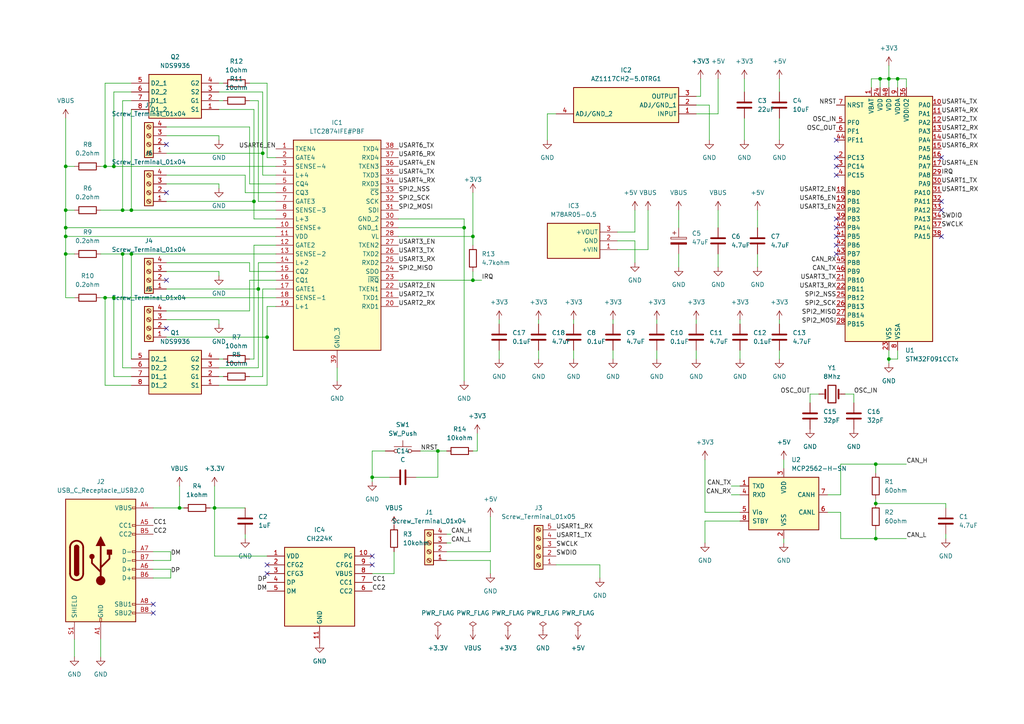
<source format=kicad_sch>
(kicad_sch (version 20230121) (generator eeschema)
  (paper "A4")
  (junction (at 77.47 97.79))
  (junction (at 74.93 83.82))
  (junction (at 33.02 86.36))
  (junction (at 19.05 66.04))
  (junction (at 73.66 58.42))
  (junction (at 52.07 147.32))
  (junction (at 35.56 73.66))
  (junction (at 35.56 60.96))
  (junction (at 107.95 138.43))
  (junction (at 38.1 73.66))
  (junction (at 254 146.05))
  (junction (at 76.2 44.45))
  (junction (at 137.16 81.28))
  (junction (at 257.81 104.14))
  (junction (at 33.02 48.26))
  (junction (at 255.27 22.86))
  (junction (at 62.23 147.32))
  (junction (at 30.48 48.26))
  (junction (at 137.16 68.58))
  (junction (at 19.05 73.66))
  (junction (at 127 130.81))
  (junction (at 19.05 48.26))
  (junction (at 260.35 22.86))
  (junction (at 254 156.21))
  (junction (at 38.1 60.96))
  (junction (at 19.05 60.96))
  (junction (at 254 134.62))
  (junction (at 134.62 66.04))
  (junction (at 30.48 86.36))
  (junction (at 19.05 68.58))
  (junction (at 257.81 22.86))
  (no_connect (at 77.47 163.83))
  (no_connect (at 242.57 63.5))
  (no_connect (at 273.05 68.58))
  (no_connect (at 107.95 161.29))
  (no_connect (at 242.57 50.8))
  (no_connect (at 242.57 66.04))
  (no_connect (at 44.45 175.26))
  (no_connect (at 48.26 55.88))
  (no_connect (at 242.57 48.26))
  (no_connect (at 242.57 40.64))
  (no_connect (at 77.47 166.37))
  (no_connect (at 273.05 45.72))
  (no_connect (at 242.57 45.72))
  (no_connect (at 48.26 95.25))
  (no_connect (at 242.57 73.66))
  (no_connect (at 273.05 60.96))
  (no_connect (at 107.95 163.83))
  (no_connect (at 48.26 81.28))
  (no_connect (at 48.26 41.91))
  (no_connect (at 44.45 177.8))
  (no_connect (at 242.57 71.12))
  (no_connect (at 273.05 58.42))
  (no_connect (at 242.57 68.58))
  (wire (pts (xy 76.2 50.8) (xy 80.01 50.8)))
  (wire (pts (xy 21.59 190.5) (xy 21.59 185.42)))
  (wire (pts (xy 35.56 106.68) (xy 38.1 106.68)))
  (wire (pts (xy 254 156.21) (xy 243.84 156.21)))
  (wire (pts (xy 201.93 92.71) (xy 201.93 93.98)))
  (wire (pts (xy 139.7 81.28) (xy 137.16 81.28)))
  (wire (pts (xy 144.78 104.14) (xy 144.78 101.6)))
  (wire (pts (xy 111.76 130.81) (xy 107.95 130.81)))
  (wire (pts (xy 71.12 154.94) (xy 71.12 156.21)))
  (wire (pts (xy 120.65 138.43) (xy 127 138.43)))
  (wire (pts (xy 76.2 26.67) (xy 76.2 44.45)))
  (wire (pts (xy 127 130.81) (xy 121.92 130.81)))
  (wire (pts (xy 60.96 147.32) (xy 62.23 147.32)))
  (wire (pts (xy 138.43 125.73) (xy 138.43 130.81)))
  (wire (pts (xy 63.5 53.34) (xy 48.26 53.34)))
  (wire (pts (xy 76.2 109.22) (xy 76.2 83.82)))
  (wire (pts (xy 201.93 30.48) (xy 205.74 30.48)))
  (wire (pts (xy 227.33 157.48) (xy 227.33 156.21)))
  (wire (pts (xy 190.5 92.71) (xy 190.5 93.98)))
  (wire (pts (xy 35.56 73.66) (xy 35.56 106.68)))
  (wire (pts (xy 161.29 33.02) (xy 158.75 33.02)))
  (wire (pts (xy 48.26 58.42) (xy 73.66 58.42)))
  (wire (pts (xy 74.93 76.2) (xy 80.01 76.2)))
  (wire (pts (xy 204.47 148.59) (xy 214.63 148.59)))
  (wire (pts (xy 226.06 92.71) (xy 226.06 93.98)))
  (wire (pts (xy 226.06 22.86) (xy 226.06 26.67)))
  (wire (pts (xy 204.47 133.35) (xy 204.47 148.59)))
  (wire (pts (xy 19.05 48.26) (xy 21.59 48.26)))
  (wire (pts (xy 49.53 162.56) (xy 44.45 162.56)))
  (wire (pts (xy 114.3 160.02) (xy 114.3 166.37)))
  (wire (pts (xy 243.84 156.21) (xy 243.84 148.59)))
  (wire (pts (xy 29.21 73.66) (xy 35.56 73.66)))
  (wire (pts (xy 62.23 147.32) (xy 71.12 147.32)))
  (wire (pts (xy 38.1 24.13) (xy 30.48 24.13)))
  (wire (pts (xy 203.2 22.86) (xy 203.2 27.94)))
  (wire (pts (xy 48.26 97.79) (xy 77.47 97.79)))
  (wire (pts (xy 208.28 22.86) (xy 208.28 33.02)))
  (wire (pts (xy 214.63 151.13) (xy 204.47 151.13)))
  (wire (pts (xy 187.96 60.96) (xy 187.96 72.39)))
  (wire (pts (xy 260.35 22.86) (xy 262.89 22.86)))
  (wire (pts (xy 33.02 86.36) (xy 80.01 86.36)))
  (wire (pts (xy 71.12 55.88) (xy 80.01 55.88)))
  (wire (pts (xy 72.39 104.14) (xy 73.66 104.14)))
  (wire (pts (xy 257.81 104.14) (xy 257.81 105.41)))
  (wire (pts (xy 72.39 24.13) (xy 77.47 24.13)))
  (wire (pts (xy 44.45 160.02) (xy 49.53 160.02)))
  (wire (pts (xy 63.5 80.01) (xy 63.5 78.74)))
  (wire (pts (xy 76.2 83.82) (xy 80.01 83.82)))
  (wire (pts (xy 115.57 63.5) (xy 134.62 63.5)))
  (wire (pts (xy 212.09 140.97) (xy 214.63 140.97)))
  (wire (pts (xy 72.39 78.74) (xy 72.39 76.2)))
  (wire (pts (xy 73.66 58.42) (xy 73.66 63.5)))
  (wire (pts (xy 33.02 86.36) (xy 33.02 109.22)))
  (wire (pts (xy 73.66 71.12) (xy 80.01 71.12)))
  (wire (pts (xy 215.9 22.86) (xy 215.9 26.67)))
  (wire (pts (xy 142.24 160.02) (xy 129.54 160.02)))
  (wire (pts (xy 166.37 104.14) (xy 166.37 101.6)))
  (wire (pts (xy 138.43 130.81) (xy 137.16 130.81)))
  (wire (pts (xy 74.93 29.21) (xy 74.93 58.42)))
  (wire (pts (xy 144.78 92.71) (xy 144.78 93.98)))
  (wire (pts (xy 76.2 44.45) (xy 76.2 50.8)))
  (wire (pts (xy 137.16 81.28) (xy 115.57 81.28)))
  (wire (pts (xy 62.23 147.32) (xy 62.23 161.29)))
  (wire (pts (xy 203.2 27.94) (xy 201.93 27.94)))
  (wire (pts (xy 184.15 69.85) (xy 184.15 76.2)))
  (wire (pts (xy 74.93 58.42) (xy 80.01 58.42)))
  (wire (pts (xy 184.15 67.31) (xy 179.07 67.31)))
  (wire (pts (xy 35.56 73.66) (xy 38.1 73.66)))
  (wire (pts (xy 73.66 104.14) (xy 73.66 71.12)))
  (wire (pts (xy 52.07 140.97) (xy 52.07 147.32)))
  (wire (pts (xy 262.89 134.62) (xy 254 134.62)))
  (wire (pts (xy 215.9 34.29) (xy 215.9 40.64)))
  (wire (pts (xy 208.28 73.66) (xy 208.28 77.47)))
  (wire (pts (xy 166.37 92.71) (xy 166.37 93.98)))
  (wire (pts (xy 161.29 163.83) (xy 173.99 163.83)))
  (wire (pts (xy 29.21 60.96) (xy 35.56 60.96)))
  (wire (pts (xy 80.01 78.74) (xy 72.39 78.74)))
  (wire (pts (xy 255.27 22.86) (xy 255.27 25.4)))
  (wire (pts (xy 173.99 163.83) (xy 173.99 167.64)))
  (wire (pts (xy 260.35 22.86) (xy 260.35 25.4)))
  (wire (pts (xy 63.5 54.61) (xy 63.5 53.34)))
  (wire (pts (xy 63.5 111.76) (xy 77.47 111.76)))
  (wire (pts (xy 252.73 25.4) (xy 252.73 22.86)))
  (wire (pts (xy 226.06 104.14) (xy 226.06 101.6)))
  (wire (pts (xy 137.16 55.88) (xy 137.16 68.58)))
  (wire (pts (xy 137.16 68.58) (xy 137.16 71.12)))
  (wire (pts (xy 134.62 63.5) (xy 134.62 66.04)))
  (wire (pts (xy 48.26 83.82) (xy 74.93 83.82)))
  (wire (pts (xy 97.79 110.49) (xy 97.79 106.68)))
  (wire (pts (xy 177.8 104.14) (xy 177.8 101.6)))
  (wire (pts (xy 107.95 138.43) (xy 107.95 139.7)))
  (wire (pts (xy 63.5 93.98) (xy 63.5 92.71)))
  (wire (pts (xy 234.95 114.3) (xy 234.95 116.84)))
  (wire (pts (xy 64.77 29.21) (xy 63.5 29.21)))
  (wire (pts (xy 129.54 162.56) (xy 142.24 162.56)))
  (wire (pts (xy 77.47 97.79) (xy 77.47 88.9)))
  (wire (pts (xy 219.71 60.96) (xy 219.71 66.04)))
  (wire (pts (xy 226.06 34.29) (xy 226.06 40.64)))
  (wire (pts (xy 254 134.62) (xy 254 137.16)))
  (wire (pts (xy 30.48 48.26) (xy 33.02 48.26)))
  (wire (pts (xy 29.21 48.26) (xy 30.48 48.26)))
  (wire (pts (xy 77.47 88.9) (xy 80.01 88.9)))
  (wire (pts (xy 30.48 86.36) (xy 33.02 86.36)))
  (wire (pts (xy 196.85 60.96) (xy 196.85 66.04)))
  (wire (pts (xy 129.54 157.48) (xy 130.81 157.48)))
  (wire (pts (xy 63.5 78.74) (xy 48.26 78.74)))
  (wire (pts (xy 77.47 111.76) (xy 77.47 97.79)))
  (wire (pts (xy 44.45 167.64) (xy 49.53 167.64)))
  (wire (pts (xy 33.02 48.26) (xy 80.01 48.26)))
  (wire (pts (xy 137.16 68.58) (xy 115.57 68.58)))
  (wire (pts (xy 49.53 165.1) (xy 49.53 167.64)))
  (wire (pts (xy 201.93 104.14) (xy 201.93 101.6)))
  (wire (pts (xy 38.1 31.75) (xy 38.1 60.96)))
  (wire (pts (xy 63.5 31.75) (xy 73.66 31.75)))
  (wire (pts (xy 63.5 40.64) (xy 63.5 39.37)))
  (wire (pts (xy 127 130.81) (xy 129.54 130.81)))
  (wire (pts (xy 274.32 147.32) (xy 274.32 146.05)))
  (wire (pts (xy 74.93 83.82) (xy 74.93 76.2)))
  (wire (pts (xy 29.21 190.5) (xy 29.21 185.42)))
  (wire (pts (xy 156.21 92.71) (xy 156.21 93.98)))
  (wire (pts (xy 257.81 19.05) (xy 257.81 22.86)))
  (wire (pts (xy 227.33 133.35) (xy 227.33 135.89)))
  (wire (pts (xy 19.05 86.36) (xy 19.05 73.66)))
  (wire (pts (xy 177.8 92.71) (xy 177.8 93.98)))
  (wire (pts (xy 38.1 60.96) (xy 80.01 60.96)))
  (wire (pts (xy 142.24 162.56) (xy 142.24 166.37)))
  (wire (pts (xy 72.39 29.21) (xy 74.93 29.21)))
  (wire (pts (xy 137.16 78.74) (xy 137.16 81.28)))
  (wire (pts (xy 19.05 66.04) (xy 19.05 68.58)))
  (wire (pts (xy 107.95 130.81) (xy 107.95 138.43)))
  (wire (pts (xy 29.21 86.36) (xy 30.48 86.36)))
  (wire (pts (xy 73.66 63.5) (xy 80.01 63.5)))
  (wire (pts (xy 19.05 60.96) (xy 19.05 66.04)))
  (wire (pts (xy 72.39 109.22) (xy 76.2 109.22)))
  (wire (pts (xy 262.89 156.21) (xy 254 156.21)))
  (wire (pts (xy 134.62 66.04) (xy 134.62 110.49)))
  (wire (pts (xy 142.24 149.86) (xy 142.24 160.02)))
  (wire (pts (xy 243.84 134.62) (xy 243.84 143.51)))
  (wire (pts (xy 53.34 147.32) (xy 52.07 147.32)))
  (wire (pts (xy 156.21 104.14) (xy 156.21 101.6)))
  (wire (pts (xy 260.35 104.14) (xy 257.81 104.14)))
  (wire (pts (xy 62.23 161.29) (xy 77.47 161.29)))
  (wire (pts (xy 107.95 138.43) (xy 113.03 138.43)))
  (wire (pts (xy 19.05 73.66) (xy 21.59 73.66)))
  (wire (pts (xy 77.47 24.13) (xy 77.47 45.72)))
  (wire (pts (xy 48.26 36.83) (xy 72.39 36.83)))
  (wire (pts (xy 158.75 33.02) (xy 158.75 40.64)))
  (wire (pts (xy 52.07 147.32) (xy 44.45 147.32)))
  (wire (pts (xy 184.15 60.96) (xy 184.15 67.31)))
  (wire (pts (xy 208.28 60.96) (xy 208.28 66.04)))
  (wire (pts (xy 38.1 73.66) (xy 80.01 73.66)))
  (wire (pts (xy 204.47 151.13) (xy 204.47 157.48)))
  (wire (pts (xy 219.71 73.66) (xy 219.71 77.47)))
  (wire (pts (xy 257.81 101.6) (xy 257.81 104.14)))
  (wire (pts (xy 129.54 154.94) (xy 130.81 154.94)))
  (wire (pts (xy 63.5 92.71) (xy 48.26 92.71)))
  (wire (pts (xy 254 144.78) (xy 254 146.05)))
  (wire (pts (xy 72.39 36.83) (xy 72.39 53.34)))
  (wire (pts (xy 255.27 22.86) (xy 257.81 22.86)))
  (wire (pts (xy 19.05 34.29) (xy 19.05 48.26)))
  (wire (pts (xy 245.11 114.3) (xy 247.65 114.3)))
  (wire (pts (xy 19.05 48.26) (xy 19.05 60.96)))
  (wire (pts (xy 63.5 106.68) (xy 74.93 106.68)))
  (wire (pts (xy 21.59 86.36) (xy 19.05 86.36)))
  (wire (pts (xy 35.56 60.96) (xy 38.1 60.96)))
  (wire (pts (xy 237.49 114.3) (xy 234.95 114.3)))
  (wire (pts (xy 30.48 111.76) (xy 38.1 111.76)))
  (wire (pts (xy 33.02 109.22) (xy 38.1 109.22)))
  (wire (pts (xy 196.85 73.66) (xy 196.85 77.47)))
  (wire (pts (xy 48.26 90.17) (xy 72.39 90.17)))
  (wire (pts (xy 214.63 104.14) (xy 214.63 101.6)))
  (wire (pts (xy 35.56 29.21) (xy 35.56 60.96)))
  (wire (pts (xy 257.81 22.86) (xy 260.35 22.86)))
  (wire (pts (xy 262.89 22.86) (xy 262.89 25.4)))
  (wire (pts (xy 190.5 104.14) (xy 190.5 101.6)))
  (wire (pts (xy 243.84 148.59) (xy 240.03 148.59)))
  (wire (pts (xy 252.73 22.86) (xy 255.27 22.86)))
  (wire (pts (xy 71.12 50.8) (xy 71.12 55.88)))
  (wire (pts (xy 19.05 60.96) (xy 21.59 60.96)))
  (wire (pts (xy 115.57 66.04) (xy 134.62 66.04)))
  (wire (pts (xy 205.74 30.48) (xy 205.74 40.64)))
  (wire (pts (xy 214.63 92.71) (xy 214.63 93.98)))
  (wire (pts (xy 49.53 160.02) (xy 49.53 162.56)))
  (wire (pts (xy 64.77 104.14) (xy 63.5 104.14)))
  (wire (pts (xy 274.32 146.05) (xy 254 146.05)))
  (wire (pts (xy 114.3 166.37) (xy 107.95 166.37)))
  (wire (pts (xy 64.77 109.22) (xy 63.5 109.22)))
  (wire (pts (xy 33.02 26.67) (xy 38.1 26.67)))
  (wire (pts (xy 48.26 50.8) (xy 71.12 50.8)))
  (wire (pts (xy 30.48 24.13) (xy 30.48 48.26)))
  (wire (pts (xy 127 138.43) (xy 127 130.81)))
  (wire (pts (xy 72.39 53.34) (xy 80.01 53.34)))
  (wire (pts (xy 243.84 143.51) (xy 240.03 143.51)))
  (wire (pts (xy 19.05 68.58) (xy 80.01 68.58)))
  (wire (pts (xy 19.05 73.66) (xy 19.05 68.58)))
  (wire (pts (xy 187.96 72.39) (xy 179.07 72.39)))
  (wire (pts (xy 72.39 81.28) (xy 72.39 90.17)))
  (wire (pts (xy 74.93 106.68) (xy 74.93 83.82)))
  (wire (pts (xy 212.09 143.51) (xy 214.63 143.51)))
  (wire (pts (xy 63.5 26.67) (xy 76.2 26.67)))
  (wire (pts (xy 184.15 69.85) (xy 179.07 69.85)))
  (wire (pts (xy 63.5 39.37) (xy 48.26 39.37)))
  (wire (pts (xy 19.05 66.04) (xy 80.01 66.04)))
  (wire (pts (xy 208.28 33.02) (xy 201.93 33.02)))
  (wire (pts (xy 48.26 44.45) (xy 76.2 44.45)))
  (wire (pts (xy 257.81 22.86) (xy 257.81 25.4)))
  (wire (pts (xy 77.47 45.72) (xy 80.01 45.72)))
  (wire (pts (xy 48.26 76.2) (xy 72.39 76.2)))
  (wire (pts (xy 80.01 81.28) (xy 72.39 81.28)))
  (wire (pts (xy 62.23 140.97) (xy 62.23 147.32)))
  (wire (pts (xy 274.32 154.94) (xy 274.32 156.21)))
  (wire (pts (xy 38.1 29.21) (xy 35.56 29.21)))
  (wire (pts (xy 247.65 114.3) (xy 247.65 116.84)))
  (wire (pts (xy 63.5 24.13) (xy 64.77 24.13)))
  (wire (pts (xy 30.48 86.36) (xy 30.48 111.76)))
  (wire (pts (xy 38.1 73.66) (xy 38.1 104.14)))
  (wire (pts (xy 254 134.62) (xy 243.84 134.62)))
  (wire (pts (xy 44.45 165.1) (xy 49.53 165.1)))
  (wire (pts (xy 73.66 31.75) (xy 73.66 58.42)))
  (wire (pts (xy 254 153.67) (xy 254 156.21)))
  (wire (pts (xy 33.02 26.67) (xy 33.02 48.26)))
  (wire (pts (xy 260.35 101.6) (xy 260.35 104.14)))
  (label "CAN_RX" (at 242.57 76.2 180))
  (label "USART3_TX" (at 242.57 81.28 180))
  (label "USART4_EN" (at 115.57 48.26 0))
  (label "OSC_IN" (at 242.57 35.56 180))
  (label "DM" (at 77.47 171.45 180))
  (label "SWCLK" (at 161.29 158.75 0))
  (label "SPI2_SCK" (at 115.57 58.42 0))
  (label "USART1_RX" (at 161.29 153.67 0))
  (label "USART1_TX" (at 161.29 156.21 0))
  (label "SWCLK" (at 273.05 66.04 0))
  (label "CAN_RX" (at 212.09 143.51 180))
  (label "USART2_EN" (at 115.57 83.82 0))
  (label "USART2_RX" (at 115.57 88.9 0))
  (label "SPI2_NSS" (at 242.57 86.36 180))
  (label "DP" (at 77.47 168.91 180))
  (label "USART2_TX" (at 273.05 35.56 0))
  (label "SPI2_MISO" (at 242.57 91.44 180))
  (label "CC2" (at 44.45 154.94 0))
  (label "CAN_TX" (at 242.57 78.74 180))
  (label "USART6_RX" (at 273.05 43.18 0))
  (label "CAN_H" (at 130.81 154.94 0))
  (label "USART2_EN" (at 242.57 55.88 180))
  (label "USART4_RX" (at 115.57 53.34 0))
  (label "SPI2_SCK" (at 242.57 88.9 180))
  (label "USART1_TX" (at 273.05 53.34 0))
  (label "USART4_TX" (at 273.05 30.48 0))
  (label "CC1" (at 107.95 168.91 0))
  (label "USART4_RX" (at 273.05 33.02 0))
  (label "CC1" (at 44.45 152.4 0))
  (label "USART6_EN" (at 80.01 43.18 180))
  (label "USART3_TX" (at 115.57 73.66 0))
  (label "CC2" (at 107.95 171.45 0))
  (label "OSC_OUT" (at 234.95 114.3 180))
  (label "SPI2_MOSI" (at 115.57 60.96 0))
  (label "USART6_TX" (at 273.05 40.64 0))
  (label "CAN_L" (at 262.89 156.21 0))
  (label "SPI2_NSS" (at 115.57 55.88 0))
  (label "USART2_TX" (at 115.57 86.36 0))
  (label "USART4_EN" (at 273.05 48.26 0))
  (label "USART6_RX" (at 115.57 45.72 0))
  (label "USART6_EN" (at 242.57 58.42 180))
  (label "USART4_TX" (at 115.57 50.8 0))
  (label "SWDIO" (at 161.29 161.29 0))
  (label "USART1_RX" (at 273.05 55.88 0))
  (label "OSC_IN" (at 247.65 114.3 0))
  (label "CAN_TX" (at 212.09 140.97 180))
  (label "USART3_EN" (at 242.57 60.96 180))
  (label "IRQ" (at 139.7 81.28 0))
  (label "USART2_RX" (at 273.05 38.1 0))
  (label "SWDIO" (at 273.05 63.5 0))
  (label "NRST" (at 242.57 30.48 180))
  (label "CAN_H" (at 262.89 134.62 0))
  (label "USART6_TX" (at 115.57 43.18 0))
  (label "USART3_EN" (at 115.57 71.12 0))
  (label "CAN_L" (at 130.81 157.48 0))
  (label "OSC_OUT" (at 242.57 38.1 180))
  (label "USART3_RX" (at 242.57 83.82 180))
  (label "IRQ" (at 273.05 50.8 0))
  (label "NRST" (at 127 130.81 180))
  (label "USART3_RX" (at 115.57 76.2 0))
  (label "DM" (at 49.53 161.29 0))
  (label "DP" (at 49.53 166.37 0))
  (label "SPI2_MOSI" (at 242.57 93.98 180))
  (label "SPI2_MISO" (at 115.57 78.74 0))
  (symbol (lib_id "power:+3V3") (at 214.63 92.71 0) (unit 1)
    (property "Reference" "#PWR054" (effects hide))
    (property "Value" "+3V3" (at 214.63 87.63 0))
  )
  (symbol (lib_id "Connector:Screw_Terminal_01x04") (at 43.18 81.28 180) (unit 1)
    (property "Reference" "J4" (at 43.18 69.85 0))
    (property "Value" "Screw_Terminal_01x04" (at 43.18 72.39 0))
    (property "Footprint" "TerminalBlock_Phoenix:TerminalBlock_Phoenix_MPT-0,5-4-2.54_1x04_P2.54mm_Horizontal" (effects hide))
  )
  (symbol (lib_id "3V3Regulator:AZ1117CH2-5.0TRG1") (at 201.93 33.02 180) (unit 1)
    (property "Reference" "IC2" (at 181.61 20.32 0))
    (property "Value" "AZ1117CH2-5.0TRG1" (at 181.61 22.86 0))
    (property "Footprint" "myLIB:SOT230P700X180-4N" (effects hide))
    (property "Datasheet" "https://www.arrow.com/en/products/az1117ch2-5.0trg1/diodes-incorporated" (effects hide))
    (property "Height" "1.8" (effects hide))
    (property "Manufacturer_Name" "Diodes Incorporated" (effects hide))
    (property "Manufacturer_Part_Number" "AZ1117CH2-5.0TRG1" (effects hide))
    (property "Mouser Part Number" "621-AZ1117CH2-5.0TRG" (effects hide))
    (property "Mouser Price/Stock" "https://www.mouser.co.uk/ProductDetail/Diodes-Incorporated/AZ1117CH2-5.0TRG1?qs=5V6w%252Be2aIqb578qtLdqPjw%3D%3D" (effects hide))
    (property "Arrow Part Number" "AZ1117CH2-5.0TRG1" (effects hide))
    (property "Arrow Price/Stock" "https://www.arrow.com/en/products/az1117ch2-5.0trg1/diodes-incorporated" (effects hide))
  )
  (symbol (lib_id "Device:C") (at 144.78 97.79 0) (unit 1)
    (property "Reference" "C17" (at 148.59 96.52 0) (effects (justify left)))
    (property "Value" "0.1uF" (at 148.59 99.06 0) (effects (justify left)))
    (property "Footprint" "Capacitor_SMD:C_0603_1608Metric" (effects hide))
  )
  (symbol (lib_id "power:GND") (at 97.79 110.49 0) (unit 1)
    (property "Reference" "#PWR022" (effects hide))
    (property "Value" "GND" (at 97.79 115.57 0))
  )
  (symbol (lib_id "power:+3.3V") (at 127 182.88 180) (unit 1)
    (property "Reference" "#PWR019" (effects hide))
    (property "Value" "+3.3V" (at 127 187.96 0))
  )
  (symbol (lib_id "Connector:Screw_Terminal_01x04") (at 43.18 95.25 180) (unit 1)
    (property "Reference" "J5" (at 43.18 83.82 0))
    (property "Value" "Screw_Terminal_01x04" (at 43.18 86.36 0))
    (property "Footprint" "TerminalBlock_Phoenix:TerminalBlock_Phoenix_MPT-0,5-4-2.54_1x04_P2.54mm_Horizontal" (effects hide))
  )
  (symbol (lib_id "power:VBUS") (at 52.07 140.97 0) (unit 1)
    (property "Reference" "#PWR016" (effects hide))
    (property "Value" "VBUS" (at 52.07 135.89 0))
  )
  (symbol (lib_id "power:GND") (at 71.12 156.21 0) (unit 1)
    (property "Reference" "#PWR062" (effects hide))
    (property "Value" "GND" (at 71.12 161.29 0))
  )
  (symbol (lib_id "Device:C") (at 226.06 30.48 0) (unit 1)
    (property "Reference" "C4" (at 229.87 29.21 0) (effects (justify left)))
    (property "Value" "10uF" (at 229.87 31.75 0) (effects (justify left)))
    (property "Footprint" "Capacitor_SMD:C_0603_1608Metric" (effects hide))
  )
  (symbol (lib_id "Device:C") (at 226.06 97.79 0) (unit 1)
    (property "Reference" "C13" (at 229.87 96.52 0) (effects (justify left)))
    (property "Value" "4.7uF" (at 229.87 99.06 0) (effects (justify left)))
    (property "Footprint" "Capacitor_SMD:C_0603_1608Metric" (effects hide))
  )
  (symbol (lib_id "power:GND") (at 158.75 40.64 0) (unit 1)
    (property "Reference" "#PWR032" (effects hide))
    (property "Value" "GND" (at 158.75 45.72 0))
  )
  (symbol (lib_id "power:VBUS") (at 19.05 34.29 0) (unit 1)
    (property "Reference" "#PWR021" (effects hide))
    (property "Value" "VBUS" (at 19.05 29.21 0))
  )
  (symbol (lib_id "power:PWR_FLAG") (at 147.32 182.88 0) (unit 1)
    (property "Reference" "#FLG01" (effects hide))
    (property "Value" "PWR_FLAG" (at 147.32 177.8 0))
  )
  (symbol (lib_id "MOSFET:NDS9936") (at 63.5 111.76 180) (unit 1)
    (property "Reference" "Q1" (at 50.8 96.52 0))
    (property "Value" "NDS9936" (at 50.8 99.06 0))
    (property "Footprint" "myLIB:SOIC127P600X175-8N" (effects hide))
    (property "Datasheet" "https://pdf1.alldatasheet.com/datasheet-pdf/view/54209/FAIRCHILD/NDS9936.html" (effects hide))
    (property "Height" "1.75" (effects hide))
    (property "Manufacturer_Name" "onsemi" (effects hide))
    (property "Manufacturer_Part_Number" "NDS9936" (effects hide))
    (property "Mouser Part Number" "512-NDS9936" (effects hide))
    (property "Mouser Price/Stock" "https://www.mouser.co.uk/ProductDetail/onsemi-Fairchild/NDS9936?qs=mdiO5HdF0KgwoQNQYlTlOg%3D%3D" (effects hide))
  )
  (symbol (lib_id "Device:C") (at 247.65 120.65 0) (unit 1)
    (property "Reference" "C16" (at 251.46 119.38 0) (effects (justify left)))
    (property "Value" "32pF" (at 251.46 121.92 0) (effects (justify left)))
    (property "Footprint" "Capacitor_SMD:C_0603_1608Metric" (effects hide))
  )
  (symbol (lib_id "power:GND") (at 274.32 156.21 0) (unit 1)
    (property "Reference" "#PWR09" (effects hide))
    (property "Value" "GND" (at 274.32 161.29 0))
  )
  (symbol (lib_id "Device:R") (at 57.15 147.32 90) (unit 1)
    (property "Reference" "R4" (at 57.15 140.97 90))
    (property "Value" "1kohm" (at 57.15 143.51 90))
    (property "Footprint" "Resistor_SMD:R_0603_1608Metric" (effects hide))
  )
  (symbol (lib_id "power:PWR_FLAG") (at 127 182.88 0) (unit 1)
    (property "Reference" "#FLG05" (effects hide))
    (property "Value" "PWR_FLAG" (at 127 177.8 0))
  )
  (symbol (lib_id "Device:C") (at 234.95 120.65 0) (unit 1)
    (property "Reference" "C15" (at 238.76 119.38 0) (effects (justify left)))
    (property "Value" "32pF" (at 238.76 121.92 0) (effects (justify left)))
    (property "Footprint" "Capacitor_SMD:C_0603_1608Metric" (effects hide))
  )
  (symbol (lib_id "Device:R") (at 68.58 104.14 90) (unit 1)
    (property "Reference" "R7" (at 68.58 97.79 90))
    (property "Value" "10ohm" (at 68.58 100.33 90))
    (property "Footprint" "Resistor_SMD:R_0603_1608Metric" (effects hide))
  )
  (symbol (lib_id "power:+3V3") (at 190.5 92.71 0) (unit 1)
    (property "Reference" "#PWR050" (effects hide))
    (property "Value" "+3V3" (at 190.5 87.63 0))
  )
  (symbol (lib_id "power:GND") (at 201.93 104.14 0) (unit 1)
    (property "Reference" "#PWR053" (effects hide))
    (property "Value" "GND" (at 201.93 109.22 0))
  )
  (symbol (lib_id "Device:C") (at 71.12 151.13 0) (unit 1)
    (property "Reference" "C2" (at 74.93 149.86 0) (effects (justify left)))
    (property "Value" "1uF" (at 74.93 152.4 0) (effects (justify left)))
    (property "Footprint" "Capacitor_SMD:C_0603_1608Metric" (effects hide))
  )
  (symbol (lib_id "power:GND") (at 205.74 40.64 0) (unit 1)
    (property "Reference" "#PWR033" (effects hide))
    (property "Value" "GND" (at 205.74 45.72 0))
  )
  (symbol (lib_id "Device:Crystal") (at 241.3 114.3 0) (unit 1)
    (property "Reference" "Y1" (at 241.3 106.68 0))
    (property "Value" "8Mhz" (at 241.3 109.22 0))
    (property "Footprint" "Crystal:Crystal_HC52-8mm_Vertical" (effects hide))
  )
  (symbol (lib_id "power:+3V3") (at 215.9 22.86 0) (unit 1)
    (property "Reference" "#PWR036" (effects hide))
    (property "Value" "+3V3" (at 215.9 17.78 0))
  )
  (symbol (lib_id "power:GND") (at 204.47 157.48 0) (unit 1)
    (property "Reference" "#PWR08" (effects hide))
    (property "Value" "GND" (at 204.47 162.56 0))
  )
  (symbol (lib_id "power:GND") (at 226.06 40.64 0) (unit 1)
    (property "Reference" "#PWR039" (effects hide))
    (property "Value" "GND" (at 226.06 45.72 0))
  )
  (symbol (lib_id "power:PWR_FLAG") (at 137.16 182.88 0) (unit 1)
    (property "Reference" "#FLG04" (effects hide))
    (property "Value" "PWR_FLAG" (at 137.16 177.8 0))
  )
  (symbol (lib_id "Interface_CAN_LIN:MCP2562-H-SN") (at 227.33 146.05 0) (unit 1)
    (property "Reference" "U2" (at 229.5241 133.35 0) (effects (justify left)))
    (property "Value" "MCP2562-H-SN" (at 229.5241 135.89 0) (effects (justify left)))
    (property "Footprint" "Package_SO:SOIC-8_3.9x4.9mm_P1.27mm" (effects hide))
    (property "Datasheet" "http://ww1.microchip.com/downloads/en/DeviceDoc/25167A.pdf" (effects hide))
  )
  (symbol (lib_id "power:GND") (at 208.28 77.47 0) (unit 1)
    (property "Reference" "#PWR043" (effects hide))
    (property "Value" "GND" (at 208.28 82.55 0))
  )
  (symbol (lib_id "power:+5V") (at 227.33 133.35 0) (unit 1)
    (property "Reference" "#PWR05" (effects hide))
    (property "Value" "+5V" (at 227.33 128.27 0))
  )
  (symbol (lib_id "power:+3V3") (at 204.47 133.35 0) (unit 1)
    (property "Reference" "#PWR07" (effects hide))
    (property "Value" "+3V3" (at 204.47 128.27 0))
  )
  (symbol (lib_id "power:GND") (at 142.24 166.37 0) (unit 1)
    (property "Reference" "#PWR010" (effects hide))
    (property "Value" "GND" (at 142.24 171.45 0))
  )
  (symbol (lib_id "power:GND") (at 166.37 104.14 0) (unit 1)
    (property "Reference" "#PWR047" (effects hide))
    (property "Value" "GND" (at 166.37 109.22 0))
  )
  (symbol (lib_id "Device:C") (at 156.21 97.79 0) (unit 1)
    (property "Reference" "C18" (at 160.02 96.52 0) (effects (justify left)))
    (property "Value" "4.7uF" (at 160.02 99.06 0) (effects (justify left)))
    (property "Footprint" "Capacitor_SMD:C_0603_1608Metric" (effects hide))
  )
  (symbol (lib_id "power:GND") (at 184.15 76.2 0) (unit 1)
    (property "Reference" "#PWR030" (effects hide))
    (property "Value" "GND" (at 184.15 81.28 0))
  )
  (symbol (lib_id "power:GND") (at 226.06 104.14 0) (unit 1)
    (property "Reference" "#PWR057" (effects hide))
    (property "Value" "GND" (at 226.06 109.22 0))
  )
  (symbol (lib_id "Switch:SW_Push") (at 116.84 130.81 0) (unit 1)
    (property "Reference" "SW1" (at 116.84 123.19 0))
    (property "Value" "SW_Push" (at 116.84 125.73 0))
    (property "Footprint" "Button_Switch_SMD:SW_SPST_FSMSM" (effects hide))
  )
  (symbol (lib_id "power:VBUS") (at 196.85 60.96 0) (unit 1)
    (property "Reference" "#PWR040" (effects hide))
    (property "Value" "VBUS" (at 196.85 55.88 0))
  )
  (symbol (lib_id "power:+5V") (at 142.24 149.86 0) (unit 1)
    (property "Reference" "#PWR011" (effects hide))
    (property "Value" "+5V" (at 142.24 144.78 0))
  )
  (symbol (lib_id "power:GND") (at 156.21 104.14 0) (unit 1)
    (property "Reference" "#PWR067" (effects hide))
    (property "Value" "GND" (at 156.21 109.22 0))
  )
  (symbol (lib_id "IOLink-Transciver:LTC2874IFE#PBF") (at 80.01 43.18 0) (unit 1)
    (property "Reference" "IC1" (at 97.79 35.56 0))
    (property "Value" "LTC2874IFE#PBF" (at 97.79 38.1 0))
    (property "Footprint" "myLIB:SOP50P640X120-39N" (effects hide))
    (property "Datasheet" "https://datasheet.datasheetarchive.com/originals/distributors/Datasheets-SFU4/DSASF4000-3624.pdf" (effects hide))
    (property "Height" "1.2" (effects hide))
    (property "Manufacturer_Name" "Analog Devices" (effects hide))
    (property "Manufacturer_Part_Number" "LTC2874IFE#PBF" (effects hide))
    (property "Mouser Part Number" "584-LTC2874IFE#PBF" (effects hide))
    (property "Mouser Price/Stock" "https://www.mouser.co.uk/ProductDetail/Analog-Devices/LTC2874IFEPBF?qs=hVkxg5c3xu9yAW%252BG2pV9sQ%3D%3D" (effects hide))
    (property "Arrow Part Number" "LTC2874IFE#PBF" (effects hide))
    (property "Arrow Price/Stock" "https://www.arrow.com/en/products/ltc2874ifepbf/analog-devices" (effects hide))
  )
  (symbol (lib_id "power:GND") (at 63.5 93.98 0) (unit 1)
    (property "Reference" "#PWR023" (effects hide))
    (property "Value" "GND" (at 63.5 99.06 0))
  )
  (symbol (lib_id "Device:R") (at 254 140.97 0) (unit 1)
    (property "Reference" "R1" (at 256.54 139.7 0) (effects (justify left)))
    (property "Value" "60ohm" (at 256.54 142.24 0) (effects (justify left)))
    (property "Footprint" "Resistor_SMD:R_0603_1608Metric" (effects hide))
  )
  (symbol (lib_id "Device:C") (at 116.84 138.43 90) (unit 1)
    (property "Reference" "C14" (at 116.84 130.81 90))
    (property "Value" "C" (at 116.84 133.35 90))
    (property "Footprint" "Capacitor_SMD:C_0603_1608Metric" (effects hide))
  )
  (symbol (lib_id "power:VBUS") (at 208.28 60.96 0) (unit 1)
    (property "Reference" "#PWR041" (effects hide))
    (property "Value" "VBUS" (at 208.28 55.88 0))
  )
  (symbol (lib_id "Device:C") (at 214.63 97.79 0) (unit 1)
    (property "Reference" "C12" (at 218.44 96.52 0) (effects (justify left)))
    (property "Value" "0.1uF" (at 218.44 99.06 0) (effects (justify left)))
    (property "Footprint" "Capacitor_SMD:C_0603_1608Metric" (effects hide))
  )
  (symbol (lib_id "Device:R") (at 137.16 74.93 0) (unit 1)
    (property "Reference" "R13" (at 139.7 73.66 0) (effects (justify left)))
    (property "Value" "4.7kohm" (at 139.7 76.2 0) (effects (justify left)))
    (property "Footprint" "Resistor_SMD:R_0603_1608Metric" (effects hide))
  )
  (symbol (lib_id "power:+5V") (at 226.06 22.86 0) (unit 1)
    (property "Reference" "#PWR037" (effects hide))
    (property "Value" "+5V" (at 226.06 17.78 0))
  )
  (symbol (lib_id "power:GND") (at 157.48 182.88 0) (unit 1)
    (property "Reference" "#PWR04" (effects hide))
    (property "Value" "GND" (at 157.48 187.96 0))
  )
  (symbol (lib_id "power:+3V3") (at 156.21 92.71 0) (unit 1)
    (property "Reference" "#PWR066" (effects hide))
    (property "Value" "+3V3" (at 156.21 87.63 0))
  )
  (symbol (lib_id "power:+3.3V") (at 62.23 140.97 0) (unit 1)
    (property "Reference" "#PWR017" (effects hide))
    (property "Value" "+3.3V" (at 62.23 135.89 0))
  )
  (symbol (lib_id "Connector:Screw_Terminal_01x04") (at 124.46 160.02 180) (unit 1)
    (property "Reference" "J1" (at 124.46 148.59 0))
    (property "Value" "Screw_Terminal_01x04" (at 124.46 151.13 0))
    (property "Footprint" "TerminalBlock_Phoenix:TerminalBlock_Phoenix_MPT-0,5-4-2.54_1x04_P2.54mm_Horizontal" (effects hide))
  )
  (symbol (lib_id "Device:C") (at 166.37 97.79 0) (unit 1)
    (property "Reference" "C8" (at 170.18 96.52 0) (effects (justify left)))
    (property "Value" "0.1uF" (at 170.18 99.06 0) (effects (justify left)))
    (property "Footprint" "Capacitor_SMD:C_0603_1608Metric" (effects hide))
  )
  (symbol (lib_id "Device:R") (at 25.4 86.36 270) (unit 1)
    (property "Reference" "R10" (at 25.4 80.01 90))
    (property "Value" "0.2ohm" (at 25.4 82.55 90))
    (property "Footprint" "Resistor_SMD:R_0603_1608Metric" (effects hide))
  )
  (symbol (lib_id "power:GND") (at 214.63 104.14 0) (unit 1)
    (property "Reference" "#PWR055" (effects hide))
    (property "Value" "GND" (at 214.63 109.22 0))
  )
  (symbol (lib_id "Device:R") (at 25.4 73.66 270) (unit 1)
    (property "Reference" "R9" (at 25.4 67.31 90))
    (property "Value" "0.2ohm" (at 25.4 69.85 90))
    (property "Footprint" "Resistor_SMD:R_0603_1608Metric" (effects hide))
  )
  (symbol (lib_id "Connector:USB_C_Receptacle_USB2.0") (at 29.21 162.56 0) (unit 1)
    (property "Reference" "J2" (at 29.21 139.7 0))
    (property "Value" "USB_C_Receptacle_USB2.0" (at 29.21 142.24 0))
    (property "Footprint" "Connector_USB:USB_C_Receptacle_GCT_USB4105-xx-A_16P_TopMnt_Horizontal" (effects hide))
    (property "Datasheet" "https://www.usb.org/sites/default/files/documents/usb_type-c.zip" (effects hide))
  )
  (symbol (lib_id "power:+5V") (at 167.64 182.88 180) (unit 1)
    (property "Reference" "#PWR012" (effects hide))
    (property "Value" "+5V" (at 167.64 187.96 0))
  )
  (symbol (lib_id "power:GND") (at 177.8 104.14 0) (unit 1)
    (property "Reference" "#PWR049" (effects hide))
    (property "Value" "GND" (at 177.8 109.22 0))
  )
  (symbol (lib_id "power:VBUS") (at 137.16 182.88 180) (unit 1)
    (property "Reference" "#PWR018" (effects hide))
    (property "Value" "VBUS" (at 137.16 187.96 0))
  )
  (symbol (lib_id "power:GND") (at 219.71 77.47 0) (unit 1)
    (property "Reference" "#PWR045" (effects hide))
    (property "Value" "GND" (at 219.71 82.55 0))
  )
  (symbol (lib_id "Device:C") (at 201.93 97.79 0) (unit 1)
    (property "Reference" "C11" (at 205.74 96.52 0) (effects (justify left)))
    (property "Value" "4.7uF" (at 205.74 99.06 0) (effects (justify left)))
    (property "Footprint" "Capacitor_SMD:C_0603_1608Metric" (effects hide))
  )
  (symbol (lib_id "power:GND") (at 190.5 104.14 0) (unit 1)
    (property "Reference" "#PWR051" (effects hide))
    (property "Value" "GND" (at 190.5 109.22 0))
  )
  (symbol (lib_id "Connector:Screw_Terminal_01x05") (at 156.21 158.75 180) (unit 1)
    (property "Reference" "J3" (at 156.21 147.32 0))
    (property "Value" "Screw_Terminal_01x05" (at 156.21 149.86 0))
    (property "Footprint" "TerminalBlock_Phoenix:TerminalBlock_Phoenix_MPT-0,5-5-2.54_1x05_P2.54mm_Horizontal" (effects hide))
  )
  (symbol (lib_id "power:+3V3") (at 144.78 92.71 0) (unit 1)
    (property "Reference" "#PWR064" (effects hide))
    (property "Value" "+3V3" (at 144.78 87.63 0))
  )
  (symbol (lib_id "Device:C_Polarized") (at 196.85 69.85 0) (unit 1)
    (property "Reference" "C5" (at 200.66 67.691 0) (effects (justify left)))
    (property "Value" "47uF" (at 200.66 70.231 0) (effects (justify left)))
    (property "Footprint" "Capacitor_SMD:C_0603_1608Metric" (effects hide))
  )
  (symbol (lib_id "power:+5V") (at 219.71 60.96 0) (unit 1)
    (property "Reference" "#PWR044" (effects hide))
    (property "Value" "+5V" (at 219.71 55.88 0))
  )
  (symbol (lib_id "power:+3V3") (at 201.93 92.71 0) (unit 1)
    (property "Reference" "#PWR052" (effects hide))
    (property "Value" "+3V3" (at 201.93 87.63 0))
  )
  (symbol (lib_id "MCU_ST_STM32F0:STM32F091CCTx") (at 257.81 63.5 0) (unit 1)
    (property "Reference" "U1" (at 262.5441 101.6 0) (effects (justify left)))
    (property "Value" "STM32F091CCTx" (at 262.5441 104.14 0) (effects (justify left)))
    (property "Footprint" "Package_QFP:LQFP-48_7x7mm_P0.5mm" (effects hide))
    (property "Datasheet" "https://www.st.com/resource/en/datasheet/stm32f091cc.pdf" (effects hide))
  )
  (symbol (lib_id "power:GND") (at 63.5 80.01 0) (unit 1)
    (property "Reference" "#PWR024" (effects hide))
    (property "Value" "GND" (at 63.5 85.09 0))
  )
  (symbol (lib_id "Device:C") (at 215.9 30.48 0) (unit 1)
    (property "Reference" "C3" (at 219.71 29.21 0) (effects (justify left)))
    (property "Value" "22uF" (at 219.71 31.75 0) (effects (justify left)))
    (property "Footprint" "Capacitor_SMD:C_0603_1608Metric" (effects hide))
  )
  (symbol (lib_id "Device:C") (at 177.8 97.79 0) (unit 1)
    (property "Reference" "C9" (at 181.61 96.52 0) (effects (justify left)))
    (property "Value" "4.7uF" (at 181.61 99.06 0) (effects (justify left)))
    (property "Footprint" "Capacitor_SMD:C_0603_1608Metric" (effects hide))
  )
  (symbol (lib_id "power:GND") (at 134.62 110.49 0) (unit 1)
    (property "Reference" "#PWR027" (effects hide))
    (property "Value" "GND" (at 134.62 115.57 0))
  )
  (symbol (lib_id "power:GND") (at 107.95 139.7 0) (unit 1)
    (property "Reference" "#PWR058" (effects hide))
    (property "Value" "GND" (at 107.95 144.78 0))
  )
  (symbol (lib_id "Device:R") (at 68.58 109.22 90) (unit 1)
    (property "Reference" "R5" (at 68.58 102.87 90))
    (property "Value" "10ohm" (at 68.58 105.41 90))
    (property "Footprint" "Resistor_SMD:R_0603_1608Metric" (effects hide))
  )
  (symbol (lib_id "Device:R") (at 68.58 24.13 90) (unit 1)
    (property "Reference" "R12" (at 68.58 17.78 90))
    (property "Value" "10ohm" (at 68.58 20.32 90))
    (property "Footprint" "Resistor_SMD:R_0603_1608Metric" (effects hide))
  )
  (symbol (lib_id "Device:R") (at 25.4 48.26 270) (unit 1)
    (property "Reference" "R8" (at 25.4 41.91 90))
    (property "Value" "0.2ohm" (at 25.4 44.45 90))
    (property "Footprint" "Resistor_SMD:R_0603_1608Metric" (effects hide))
  )
  (symbol (lib_id "power:GND") (at 144.78 104.14 0) (unit 1)
    (property "Reference" "#PWR065" (effects hide))
    (property "Value" "GND" (at 144.78 109.22 0))
  )
  (symbol (lib_id "Device:C") (at 274.32 151.13 180) (unit 1)
    (property "Reference" "C1" (at 278.13 149.86 0) (effects (justify right)))
    (property "Value" "4.7uF" (at 278.13 152.4 0) (effects (justify right)))
    (property "Footprint" "Capacitor_SMD:C_0603_1608Metric" (effects hide))
  )
  (symbol (lib_id "power:GND") (at 247.65 124.46 0) (unit 1)
    (property "Reference" "#PWR061" (effects hide))
    (property "Value" "GND" (at 247.65 129.54 0))
  )
  (symbol (lib_id "power:GND") (at 63.5 54.61 0) (unit 1)
    (property "Reference" "#PWR025" (effects hide))
    (property "Value" "GND" (at 63.5 59.69 0))
  )
  (symbol (lib_id "power:GND") (at 234.95 124.46 0) (unit 1)
    (property "Reference" "#PWR060" (effects hide))
    (property "Value" "GND" (at 234.95 129.54 0))
  )
  (symbol (lib_id "power:+3V3") (at 177.8 92.71 0) (unit 1)
    (property "Reference" "#PWR048" (effects hide))
    (property "Value" "+3V3" (at 177.8 87.63 0))
  )
  (symbol (lib_id "power:GND") (at 227.33 157.48 0) (unit 1)
    (property "Reference" "#PWR06" (effects hide))
    (property "Value" "GND" (at 227.33 162.56 0))
  )
  (symbol (lib_id "Device:R") (at 25.4 60.96 270) (unit 1)
    (property "Reference" "R6" (at 25.4 54.61 90))
    (property "Value" "0.2ohm" (at 25.4 57.15 90))
    (property "Footprint" "Resistor_SMD:R_0603_1608Metric" (effects hide))
  )
  (symbol (lib_id "power:+3V3") (at 147.32 182.88 180) (unit 1)
    (property "Reference" "#PWR03" (effects hide))
    (property "Value" "+3V3" (at 147.32 187.96 0))
  )
  (symbol (lib_id "Connector:Screw_Terminal_01x04") (at 43.18 55.88 180) (unit 1)
    (property "Reference" "J6" (at 43.18 44.45 0))
    (property "Value" "Screw_Terminal_01x04" (at 43.18 46.99 0))
    (property "Footprint" "TerminalBlock_Phoenix:TerminalBlock_Phoenix_MPT-0,5-4-2.54_1x04_P2.54mm_Horizontal" (effects hide))
  )
  (symbol (lib_id "power:GND") (at 257.81 105.41 0) (unit 1)
    (property "Reference" "#PWR02" (effects hide))
    (property "Value" "GND" (at 257.81 110.49 0))
  )
  (symbol (lib_id "power:VBUS") (at 114.3 152.4 0) (unit 1)
    (property "Reference" "#PWR015" (effects hide))
    (property "Value" "VBUS" (at 114.3 147.32 0))
  )
  (symbol (lib_id "Device:C") (at 208.28 69.85 0) (unit 1)
    (property "Reference" "C6" (at 212.09 68.58 0) (effects (justify left)))
    (property "Value" "4.7uF" (at 212.09 71.12 0) (effects (justify left)))
    (property "Footprint" "Capacitor_SMD:C_0603_1608Metric" (effects hide))
  )
  (symbol (lib_name "CH224K_1") (lib_id "PD_Controller:CH224K") (at 77.47 161.29 0) (unit 1)
    (property "Reference" "IC4" (at 92.71 153.67 0))
    (property "Value" "CH224K" (at 92.71 156.21 0))
    (property "Footprint" "myLIB:SOP100P600X180-11N" (effects hide))
    (property "Datasheet" "https://datasheet.lcsc.com/lcsc/2204251615_WCH-Jiangsu-Qin-Heng-CH224K_C970725.pdf" (effects hide))
    (property "Height" "1.8" (effects hide))
    (property "Manufacturer_Name" "WCH" (effects hide))
    (property "Manufacturer_Part_Number" "CH224K" (effects hide))
  )
  (symbol (lib_id "Device:R") (at 133.35 130.81 90) (unit 1)
    (property "Reference" "R14" (at 133.35 124.46 90))
    (property "Value" "10kohm" (at 133.35 127 90))
    (property "Footprint" "Resistor_SMD:R_0603_1608Metric" (effects hide))
  )
  (symbol (lib_id "power:PWR_FLAG") (at 167.64 182.88 0) (unit 1)
    (property "Reference" "#FLG03" (effects hide))
    (property "Value" "PWR_FLAG" (at 167.64 177.8 0))
  )
  (symbol (lib_id "power:+3V3") (at 166.37 92.71 0) (unit 1)
    (property "Reference" "#PWR046" (effects hide))
    (property "Value" "+3V3" (at 166.37 87.63 0))
  )
  (symbol (lib_id "MOSFET:NDS9936") (at 63.5 31.75 180) (unit 1)
    (property "Reference" "Q2" (at 50.8 16.51 0))
    (property "Value" "NDS9936" (at 50.8 19.05 0))
    (property "Footprint" "myLIB:SOIC127P600X175-8N" (effects hide))
    (property "Datasheet" "https://pdf1.alldatasheet.com/datasheet-pdf/view/54209/FAIRCHILD/NDS9936.html" (effects hide))
    (property "Height" "1.75" (effects hide))
    (property "Manufacturer_Name" "onsemi" (effects hide))
    (property "Manufacturer_Part_Number" "NDS9936" (effects hide))
    (property "Mouser Part Number" "512-NDS9936" (effects hide))
    (property "Mouser Price/Stock" "https://www.mouser.co.uk/ProductDetail/onsemi-Fairchild/NDS9936?qs=mdiO5HdF0KgwoQNQYlTlOg%3D%3D" (effects hide))
  )
  (symbol (lib_id "power:GND") (at 215.9 40.64 0) (unit 1)
    (property "Reference" "#PWR038" (effects hide))
    (property "Value" "GND" (at 215.9 45.72 0))
  )
  (symbol (lib_id "power:PWR_FLAG") (at 157.48 182.88 0) (unit 1)
    (property "Reference" "#FLG02" (effects hide))
    (property "Value" "PWR_FLAG" (at 157.48 177.8 0))
  )
  (symbol (lib_id "power:GND") (at 196.85 77.47 0) (unit 1)
    (property "Reference" "#PWR042" (effects hide))
    (property "Value" "GND" (at 196.85 82.55 0))
  )
  (symbol (lib_id "power:+3V3") (at 138.43 125.73 0) (unit 1)
    (property "Reference" "#PWR059" (effects hide))
    (property "Value" "+3V3" (at 138.43 120.65 0))
  )
  (symbol (lib_id "power:VBUS") (at 187.96 60.96 0) (unit 1)
    (property "Reference" "#PWR029" (effects hide))
    (property "Value" "VBUS" (at 187.96 55.88 0))
  )
  (symbol (lib_id "power:+3V3") (at 257.81 19.05 0) (unit 1)
    (property "Reference" "#PWR01" (effects hide))
    (property "Value" "+3V3" (at 257.81 13.97 0))
  )
  (symbol (lib_id "power:GND") (at 21.59 190.5 0) (unit 1)
    (property "Reference" "#PWR014" (effects hide))
    (property "Value" "GND" (at 21.59 195.58 0))
  )
  (symbol (lib_id "Connector:Screw_Terminal_01x04") (at 43.18 41.91 180) (unit 1)
    (property "Reference" "J7" (at 43.18 30.48 0))
    (property "Value" "Screw_Terminal_01x04" (at 43.18 33.02 0))
    (property "Footprint" "TerminalBlock_Phoenix:TerminalBlock_Phoenix_MPT-0,5-4-2.54_1x04_P2.54mm_Horizontal" (effects hide))
  )
  (symbol (lib_id "power:GND") (at 29.21 190.5 0) (unit 1)
    (property "Reference" "#PWR013" (effects hide))
    (property "Value" "GND" (at 29.21 195.58 0))
  )
  (symbol (lib_id "power:GND") (at 63.5 40.64 0) (unit 1)
    (property "Reference" "#PWR026" (effects hide))
    (property "Value" "GND" (at 63.5 45.72 0))
  )
  (symbol (lib_id "5VRegulator:M78AR05-0.5") (at 179.07 72.39 180) (unit 1)
    (property "Reference" "IC3" (at 166.37 59.69 0))
    (property "Value" "M78AR05-0.5" (at 166.37 62.23 0))
    (property "Footprint" "myLIB:M78AR05" (effects hide))
    (property "Manufacturer_Name" "Minmax" (effects hide))
    (property "Manufacturer_Part_Number" "M78AR05-0.5" (effects hide))
  )
  (symbol (lib_id "Device:R") (at 68.58 29.21 90) (unit 1)
    (property "Reference" "R11" (at 68.58 22.86 90))
    (property "Value" "10ohm" (at 68.58 25.4 90))
    (property "Footprint" "Resistor_SMD:R_0603_1608Metric" (effects hide))
  )
  (symbol (lib_id "power:GND") (at 173.99 167.64 0) (unit 1)
    (property "Reference" "#PWR020" (effects hide))
    (property "Value" "GND" (at 173.99 172.72 0))
  )
  (symbol (lib_id "power:+5V") (at 208.28 22.86 0) (unit 1)
    (property "Reference" "#PWR034" (effects hide))
    (property "Value" "+5V" (at 208.28 17.78 0))
  )
  (symbol (lib_id "Device:C") (at 219.71 69.85 0) (unit 1)
    (property "Reference" "C7" (at 223.52 68.58 0) (effects (justify left)))
    (property "Value" "4.7uF" (at 223.52 71.12 0) (effects (justify left)))
    (property "Footprint" "Capacitor_SMD:C_0603_1608Metric" (effects hide))
  )
  (symbol (lib_id "power:+3V3") (at 203.2 22.86 0) (unit 1)
    (property "Reference" "#PWR035" (effects hide))
    (property "Value" "+3V3" (at 203.2 17.78 0))
  )
  (symbol (lib_id "power:+5V") (at 184.15 60.96 0) (unit 1)
    (property "Reference" "#PWR031" (effects hide))
    (property "Value" "+5V" (at 182.88 55.88 0))
  )
  (symbol (lib_id "Device:C") (at 190.5 97.79 0) (unit 1)
    (property "Reference" "C10" (at 194.31 96.52 0) (effects (justify left)))
    (property "Value" "0.1uF" (at 194.31 99.06 0) (effects (justify left)))
    (property "Footprint" "Capacitor_SMD:C_0603_1608Metric" (effects hide))
  )
  (symbol (lib_id "power:+3V3") (at 226.06 92.71 0) (unit 1)
    (property "Reference" "#PWR056" (effects hide))
    (property "Value" "+3V3" (at 226.06 87.63 0))
  )
  (symbol (lib_id "Device:R") (at 254 149.86 0) (unit 1)
    (property "Reference" "R2" (at 256.54 148.59 0) (effects (justify left)))
    (property "Value" "60ohm" (at 256.54 151.13 0) (effects (justify left)))
    (property "Footprint" "Resistor_SMD:R_0603_1608Metric" (effects hide))
  )
  (symbol (lib_id "power:+3V3") (at 137.16 55.88 0) (unit 1)
    (property "Reference" "#PWR028" (effects hide))
    (property "Value" "+3V3" (at 137.16 52.07 0))
  )
  (symbol (lib_id "Device:R") (at 114.3 156.21 0) (unit 1)
    (property "Reference" "R3" (at 116.84 154.94 0) (effects (justify left)))
    (property "Value" "10kohm" (at 116.84 157.48 0) (effects (justify left)))
    (property "Footprint" "Resistor_SMD:R_0603_1608Metric" (effects hide))
  )
  (symbol (lib_id "power:GND") (at 92.71 186.69 0) (unit 1)
    (property "Reference" "#PWR063" (effects hide))
    (property "Value" "GND" (at 92.71 191.77 0))
  )
)
</source>
